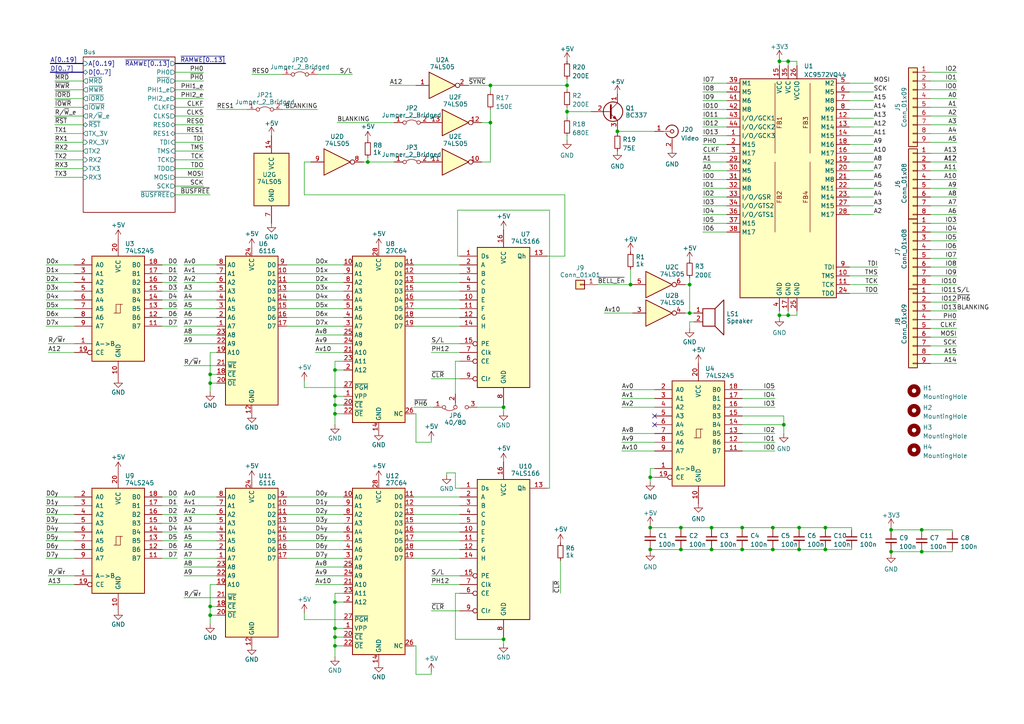
<source format=kicad_sch>
(kicad_sch (version 20230121) (generator eeschema)
  (paper "A4")
  (title_block (title "Unicomp v2 - 6502 6802 Board") (date "2023-06-29") (rev "v2") (company "100% Offner") (comment 1 "v2: Initial"))
  (junction (at 206.375 159.385))
  (junction (at 258.445 153.67))
  (junction (at 146.05 118.11))
  (junction (at 226.06 17.78))
  (junction (at 227.33 123.19))
  (junction (at 97.155 120.015))
  (junction (at 200.025 82.55))
  (junction (at 97.155 187.325))
  (junction (at 188.595 138.43))
  (junction (at 197.485 153.035))
  (junction (at 231.775 153.035))
  (junction (at 224.155 159.385))
  (junction (at 106.68 46.99))
  (junction (at 239.395 153.035))
  (junction (at 215.265 159.385))
  (junction (at 200.025 90.805))
  (junction (at 215.265 153.035))
  (junction (at 60.96 108.585))
  (junction (at 164.465 32.385))
  (junction (at 188.595 153.035))
  (junction (at 97.155 182.245))
  (junction (at 60.96 178.435))
  (junction (at 97.155 114.935))
  (junction (at 142.24 24.765))
  (junction (at 60.96 175.895))
  (junction (at 97.155 117.475))
  (junction (at 97.155 174.625))
  (junction (at 179.07 38.1))
  (junction (at 267.335 153.67))
  (junction (at 164.465 24.765))
  (junction (at 197.485 159.385))
  (junction (at 228.6 91.44))
  (junction (at 206.375 153.035))
  (junction (at 146.05 185.42))
  (junction (at 239.395 159.385))
  (junction (at 231.775 159.385))
  (junction (at 188.595 159.385))
  (junction (at 142.24 35.56))
  (junction (at 258.445 160.02))
  (junction (at 60.96 111.125))
  (junction (at 226.06 91.44))
  (junction (at 97.155 184.785))
  (junction (at 228.6 17.78))
  (junction (at 182.88 82.55))
  (junction (at 97.155 107.315))
  (junction (at 267.335 160.02))
  (junction (at 224.155 153.035))
  (no_connect (at 189.865 123.19))
  (no_connect (at 189.865 120.65))
  (wire (pts (xy 269.875 41.275) (xy 277.495 41.275)))
  (wire (pts (xy 215.265 158.75) (xy 215.265 159.385)))
  (wire (pts (xy 239.395 153.035) (xy 247.015 153.035)))
  (wire (pts (xy 224.155 158.75) (xy 224.155 159.385)))
  (wire (pts (xy 164.465 39.37) (xy 164.465 40.64)))
  (wire (pts (xy 46.99 89.535) (xy 51.435 89.535)))
  (wire (pts (xy 231.775 158.75) (xy 231.775 159.385)))
  (wire (pts (xy 203.835 24.13) (xy 210.82 24.13)))
  (wire (pts (xy 197.485 153.035) (xy 197.485 153.67)))
  (bus (pts (xy 50.8 18.415) (xy 65.405 18.415)))
  (wire (pts (xy 53.34 151.765) (xy 62.865 151.765)))
  (wire (pts (xy 15.875 31.115) (xy 24.13 31.115)))
  (wire (pts (xy 97.155 182.245) (xy 97.155 174.625)))
  (wire (pts (xy 146.05 186.69) (xy 146.05 185.42)))
  (wire (pts (xy 269.875 69.85) (xy 277.495 69.85)))
  (wire (pts (xy 246.38 26.67) (xy 253.365 26.67)))
  (wire (pts (xy 53.34 76.835) (xy 62.865 76.835)))
  (wire (pts (xy 50.8 43.815) (xy 59.055 43.815)))
  (wire (pts (xy 13.335 161.925) (xy 21.59 161.925)))
  (wire (pts (xy 106.68 46.99) (xy 114.3 46.99)))
  (wire (pts (xy 269.875 54.61) (xy 277.495 54.61)))
  (wire (pts (xy 13.335 151.765) (xy 21.59 151.765)))
  (wire (pts (xy 133.35 151.765) (xy 120.015 151.765)))
  (wire (pts (xy 81.915 31.75) (xy 92.075 31.75)))
  (wire (pts (xy 269.875 49.53) (xy 277.495 49.53)))
  (wire (pts (xy 125.095 195.58) (xy 120.65 195.58)))
  (wire (pts (xy 133.35 89.535) (xy 120.015 89.535)))
  (wire (pts (xy 125.095 127.635) (xy 125.095 128.27)))
  (wire (pts (xy 83.185 146.685) (xy 99.695 146.685)))
  (wire (pts (xy 46.99 81.915) (xy 51.435 81.915)))
  (wire (pts (xy 133.35 81.915) (xy 120.015 81.915)))
  (wire (pts (xy 46.99 156.845) (xy 51.435 156.845)))
  (wire (pts (xy 139.7 35.56) (xy 142.24 35.56)))
  (wire (pts (xy 133.35 161.925) (xy 120.015 161.925)))
  (wire (pts (xy 13.335 156.845) (xy 21.59 156.845)))
  (wire (pts (xy 215.265 115.57) (xy 224.79 115.57)))
  (wire (pts (xy 159.385 60.96) (xy 159.385 141.605)))
  (wire (pts (xy 60.96 113.665) (xy 60.96 111.125)))
  (wire (pts (xy 146.05 118.11) (xy 146.05 117.475)))
  (wire (pts (xy 83.185 86.995) (xy 99.695 86.995)))
  (wire (pts (xy 163.83 74.295) (xy 163.83 56.515)))
  (wire (pts (xy 269.875 26.035) (xy 277.495 26.035)))
  (wire (pts (xy 182.88 78.105) (xy 182.88 82.55)))
  (wire (pts (xy 203.835 34.29) (xy 210.82 34.29)))
  (wire (pts (xy 113.03 24.765) (xy 120.65 24.765)))
  (wire (pts (xy 60.96 178.435) (xy 62.865 178.435)))
  (wire (pts (xy 83.185 89.535) (xy 99.695 89.535)))
  (wire (pts (xy 13.335 76.835) (xy 21.59 76.835)))
  (wire (pts (xy 269.875 38.735) (xy 277.495 38.735)))
  (wire (pts (xy 129.54 137.16) (xy 132.08 137.16)))
  (wire (pts (xy 97.155 120.015) (xy 99.695 120.015)))
  (wire (pts (xy 60.96 175.895) (xy 62.865 175.895)))
  (wire (pts (xy 138.43 118.11) (xy 146.05 118.11)))
  (wire (pts (xy 224.155 159.385) (xy 231.775 159.385)))
  (wire (pts (xy 60.96 169.545) (xy 62.865 169.545)))
  (wire (pts (xy 50.8 36.195) (xy 59.055 36.195)))
  (wire (pts (xy 188.595 160.02) (xy 188.595 159.385)))
  (wire (pts (xy 88.265 46.99) (xy 90.17 46.99)))
  (wire (pts (xy 13.335 154.305) (xy 21.59 154.305)))
  (wire (pts (xy 139.7 46.99) (xy 142.24 46.99)))
  (wire (pts (xy 132.715 60.96) (xy 159.385 60.96)))
  (wire (pts (xy 60.96 102.235) (xy 62.865 102.235)))
  (wire (pts (xy 203.835 39.37) (xy 210.82 39.37)))
  (wire (pts (xy 188.595 159.385) (xy 197.485 159.385)))
  (wire (pts (xy 227.33 125.73) (xy 227.33 123.19)))
  (wire (pts (xy 269.875 74.93) (xy 277.495 74.93)))
  (wire (pts (xy 203.835 26.67) (xy 210.82 26.67)))
  (wire (pts (xy 50.8 56.515) (xy 60.96 56.515)))
  (wire (pts (xy 83.185 156.845) (xy 99.695 156.845)))
  (wire (pts (xy 175.26 90.805) (xy 183.515 90.805)))
  (wire (pts (xy 50.8 20.955) (xy 59.055 20.955)))
  (wire (pts (xy 180.34 113.03) (xy 189.865 113.03)))
  (wire (pts (xy 267.335 160.02) (xy 276.225 160.02)))
  (wire (pts (xy 179.07 38.1) (xy 189.865 38.1)))
  (wire (pts (xy 226.06 17.78) (xy 226.06 19.05)))
  (wire (pts (xy 50.8 28.575) (xy 59.055 28.575)))
  (wire (pts (xy 180.34 115.57) (xy 189.865 115.57)))
  (wire (pts (xy 224.155 153.035) (xy 224.155 153.67)))
  (wire (pts (xy 97.155 117.475) (xy 99.695 117.475)))
  (wire (pts (xy 206.375 159.385) (xy 215.265 159.385)))
  (wire (pts (xy 188.595 138.43) (xy 189.865 138.43)))
  (wire (pts (xy 53.34 97.155) (xy 62.865 97.155)))
  (wire (pts (xy 97.155 174.625) (xy 97.155 172.085)))
  (wire (pts (xy 99.695 112.395) (xy 88.265 112.395)))
  (wire (pts (xy 228.6 17.78) (xy 228.6 19.05)))
  (wire (pts (xy 215.265 130.81) (xy 224.79 130.81)))
  (wire (pts (xy 203.835 36.83) (xy 210.82 36.83)))
  (wire (pts (xy 258.445 153.67) (xy 267.335 153.67)))
  (wire (pts (xy 83.185 161.925) (xy 99.695 161.925)))
  (wire (pts (xy 269.875 52.07) (xy 277.495 52.07)))
  (wire (pts (xy 15.875 46.355) (xy 24.13 46.355)))
  (wire (pts (xy 53.34 173.355) (xy 62.865 173.355)))
  (wire (pts (xy 198.755 82.55) (xy 200.025 82.55)))
  (wire (pts (xy 83.185 76.835) (xy 99.695 76.835)))
  (wire (pts (xy 142.24 24.765) (xy 164.465 24.765)))
  (wire (pts (xy 53.34 92.075) (xy 62.865 92.075)))
  (wire (pts (xy 53.34 159.385) (xy 62.865 159.385)))
  (wire (pts (xy 269.875 102.87) (xy 277.495 102.87)))
  (wire (pts (xy 132.715 74.295) (xy 132.715 60.96)))
  (wire (pts (xy 133.35 154.305) (xy 120.015 154.305)))
  (wire (pts (xy 269.875 57.15) (xy 277.495 57.15)))
  (wire (pts (xy 203.835 54.61) (xy 210.82 54.61)))
  (wire (pts (xy 188.595 135.89) (xy 188.595 138.43)))
  (wire (pts (xy 13.97 102.235) (xy 21.59 102.235)))
  (wire (pts (xy 246.38 59.69) (xy 253.365 59.69)))
  (wire (pts (xy 226.06 17.145) (xy 226.06 17.78)))
  (wire (pts (xy 133.35 146.685) (xy 120.015 146.685)))
  (wire (pts (xy 133.35 74.295) (xy 132.715 74.295)))
  (wire (pts (xy 13.335 149.225) (xy 21.59 149.225)))
  (wire (pts (xy 50.8 51.435) (xy 59.055 51.435)))
  (wire (pts (xy 83.185 84.455) (xy 99.695 84.455)))
  (wire (pts (xy 258.445 153.035) (xy 258.445 153.67)))
  (wire (pts (xy 46.99 144.145) (xy 51.435 144.145)))
  (wire (pts (xy 53.34 94.615) (xy 62.865 94.615)))
  (wire (pts (xy 88.265 177.8) (xy 88.265 179.705)))
  (wire (pts (xy 133.35 156.845) (xy 120.015 156.845)))
  (wire (pts (xy 247.015 158.75) (xy 247.015 159.385)))
  (wire (pts (xy 246.38 24.13) (xy 253.365 24.13)))
  (wire (pts (xy 133.35 84.455) (xy 120.015 84.455)))
  (wire (pts (xy 53.34 144.145) (xy 62.865 144.145)))
  (wire (pts (xy 133.35 104.775) (xy 132.08 104.775)))
  (wire (pts (xy 180.34 118.11) (xy 189.865 118.11)))
  (wire (pts (xy 53.34 146.685) (xy 62.865 146.685)))
  (wire (pts (xy 133.35 92.075) (xy 120.015 92.075)))
  (wire (pts (xy 269.875 62.23) (xy 277.495 62.23)))
  (wire (pts (xy 203.835 59.69) (xy 210.82 59.69)))
  (wire (pts (xy 269.875 82.55) (xy 277.495 82.55)))
  (wire (pts (xy 258.445 153.67) (xy 258.445 154.305)))
  (wire (pts (xy 120.015 118.11) (xy 125.73 118.11)))
  (wire (pts (xy 97.155 104.775) (xy 99.695 104.775)))
  (wire (pts (xy 97.155 190.5) (xy 97.155 187.325)))
  (wire (pts (xy 92.075 21.59) (xy 102.235 21.59)))
  (wire (pts (xy 203.835 52.07) (xy 210.82 52.07)))
  (wire (pts (xy 15.875 41.275) (xy 24.13 41.275)))
  (wire (pts (xy 226.06 17.78) (xy 228.6 17.78)))
  (wire (pts (xy 267.335 159.385) (xy 267.335 160.02)))
  (wire (pts (xy 206.375 153.035) (xy 206.375 153.67)))
  (wire (pts (xy 60.96 180.975) (xy 60.96 178.435)))
  (wire (pts (xy 162.56 172.085) (xy 162.56 162.56)))
  (wire (pts (xy 13.335 79.375) (xy 21.59 79.375)))
  (wire (pts (xy 53.34 167.005) (xy 62.865 167.005)))
  (wire (pts (xy 15.875 51.435) (xy 24.13 51.435)))
  (wire (pts (xy 164.465 24.765) (xy 164.465 26.035)))
  (wire (pts (xy 73.025 21.59) (xy 81.915 21.59)))
  (wire (pts (xy 269.875 20.955) (xy 277.495 20.955)))
  (wire (pts (xy 180.34 128.27) (xy 189.865 128.27)))
  (wire (pts (xy 203.835 57.15) (xy 210.82 57.15)))
  (wire (pts (xy 97.155 114.935) (xy 97.155 107.315)))
  (wire (pts (xy 91.44 167.005) (xy 99.695 167.005)))
  (wire (pts (xy 269.875 77.47) (xy 277.495 77.47)))
  (wire (pts (xy 188.595 152.4) (xy 188.595 153.035)))
  (wire (pts (xy 206.375 153.035) (xy 215.265 153.035)))
  (wire (pts (xy 224.155 153.035) (xy 231.775 153.035)))
  (wire (pts (xy 60.96 111.125) (xy 60.96 108.585)))
  (wire (pts (xy 246.38 34.29) (xy 253.365 34.29)))
  (wire (pts (xy 125.095 169.545) (xy 133.35 169.545)))
  (wire (pts (xy 231.14 91.44) (xy 231.14 90.17)))
  (wire (pts (xy 129.54 137.795) (xy 129.54 137.16)))
  (wire (pts (xy 246.38 39.37) (xy 253.365 39.37)))
  (wire (pts (xy 97.155 120.015) (xy 97.155 117.475)))
  (wire (pts (xy 83.185 154.305) (xy 99.695 154.305)))
  (wire (pts (xy 197.485 153.035) (xy 206.375 153.035)))
  (wire (pts (xy 269.875 28.575) (xy 277.495 28.575)))
  (wire (pts (xy 133.35 149.225) (xy 120.015 149.225)))
  (wire (pts (xy 15.875 33.655) (xy 24.13 33.655)))
  (wire (pts (xy 83.185 144.145) (xy 99.695 144.145)))
  (wire (pts (xy 125.095 102.235) (xy 133.35 102.235)))
  (wire (pts (xy 50.8 26.035) (xy 59.055 26.035)))
  (wire (pts (xy 97.155 107.315) (xy 99.695 107.315)))
  (wire (pts (xy 83.185 81.915) (xy 99.695 81.915)))
  (wire (pts (xy 13.335 89.535) (xy 21.59 89.535)))
  (wire (pts (xy 46.99 92.075) (xy 51.435 92.075)))
  (wire (pts (xy 228.6 91.44) (xy 231.14 91.44)))
  (wire (pts (xy 60.96 108.585) (xy 62.865 108.585)))
  (bus (pts (xy 24.13 18.415) (xy 14.605 18.415)))
  (wire (pts (xy 13.335 84.455) (xy 21.59 84.455)))
  (wire (pts (xy 269.875 33.655) (xy 277.495 33.655)))
  (wire (pts (xy 46.99 94.615) (xy 51.435 94.615)))
  (wire (pts (xy 228.6 17.78) (xy 231.14 17.78)))
  (wire (pts (xy 146.05 185.42) (xy 146.05 184.785)))
  (wire (pts (xy 53.34 79.375) (xy 62.865 79.375)))
  (wire (pts (xy 269.875 87.63) (xy 277.495 87.63)))
  (wire (pts (xy 163.83 56.515) (xy 88.265 56.515)))
  (wire (pts (xy 246.38 77.47) (xy 254.635 77.47)))
  (wire (pts (xy 215.265 120.65) (xy 227.33 120.65)))
  (wire (pts (xy 227.33 123.19) (xy 227.33 120.65)))
  (wire (pts (xy 13.97 167.005) (xy 21.59 167.005)))
  (wire (pts (xy 200.025 90.805) (xy 201.295 90.805)))
  (wire (pts (xy 53.34 149.225) (xy 62.865 149.225)))
  (wire (pts (xy 142.24 46.99) (xy 142.24 35.56)))
  (wire (pts (xy 246.38 62.23) (xy 253.365 62.23)))
  (wire (pts (xy 125.095 194.945) (xy 125.095 195.58)))
  (wire (pts (xy 46.99 149.225) (xy 51.435 149.225)))
  (wire (pts (xy 88.265 110.49) (xy 88.265 112.395)))
  (wire (pts (xy 239.395 159.385) (xy 247.015 159.385)))
  (wire (pts (xy 206.375 158.75) (xy 206.375 159.385)))
  (wire (pts (xy 215.265 128.27) (xy 224.79 128.27)))
  (wire (pts (xy 228.6 91.44) (xy 228.6 90.17)))
  (wire (pts (xy 50.8 48.895) (xy 59.055 48.895)))
  (wire (pts (xy 188.595 139.7) (xy 188.595 138.43)))
  (wire (pts (xy 215.265 113.03) (xy 224.79 113.03)))
  (wire (pts (xy 97.155 174.625) (xy 99.695 174.625)))
  (wire (pts (xy 60.96 169.545) (xy 60.96 175.895)))
  (wire (pts (xy 97.155 184.785) (xy 99.695 184.785)))
  (wire (pts (xy 50.8 33.655) (xy 59.055 33.655)))
  (wire (pts (xy 231.775 153.035) (xy 231.775 153.67)))
  (wire (pts (xy 246.38 36.83) (xy 253.365 36.83)))
  (wire (pts (xy 97.79 35.56) (xy 114.3 35.56)))
  (wire (pts (xy 99.695 179.705) (xy 88.265 179.705)))
  (wire (pts (xy 269.875 80.01) (xy 277.495 80.01)))
  (wire (pts (xy 269.875 31.115) (xy 277.495 31.115)))
  (wire (pts (xy 203.835 46.99) (xy 210.82 46.99)))
  (wire (pts (xy 91.44 99.695) (xy 99.695 99.695)))
  (wire (pts (xy 120.65 187.325) (xy 120.015 187.325)))
  (wire (pts (xy 53.34 99.695) (xy 62.865 99.695)))
  (wire (pts (xy 97.155 107.315) (xy 97.155 104.775)))
  (wire (pts (xy 13.335 146.685) (xy 21.59 146.685)))
  (wire (pts (xy 179.07 38.735) (xy 179.07 38.1)))
  (wire (pts (xy 120.65 128.27) (xy 120.65 120.015)))
  (wire (pts (xy 53.34 161.925) (xy 62.865 161.925)))
  (wire (pts (xy 15.875 36.195) (xy 24.13 36.195)))
  (wire (pts (xy 60.96 178.435) (xy 60.96 175.895)))
  (wire (pts (xy 215.265 153.035) (xy 215.265 153.67)))
  (wire (pts (xy 164.465 22.86) (xy 164.465 24.765)))
  (wire (pts (xy 50.8 41.275) (xy 59.055 41.275)))
  (wire (pts (xy 269.875 92.71) (xy 277.495 92.71)))
  (wire (pts (xy 226.06 91.44) (xy 228.6 91.44)))
  (wire (pts (xy 269.875 67.31) (xy 277.495 67.31)))
  (wire (pts (xy 269.875 90.17) (xy 277.495 90.17)))
  (wire (pts (xy 226.06 90.17) (xy 226.06 91.44)))
  (wire (pts (xy 269.875 97.79) (xy 277.495 97.79)))
  (wire (pts (xy 53.34 156.845) (xy 62.865 156.845)))
  (wire (pts (xy 97.155 187.325) (xy 99.695 187.325)))
  (wire (pts (xy 133.35 172.085) (xy 132.08 172.085)))
  (wire (pts (xy 132.08 172.085) (xy 132.08 185.42)))
  (wire (pts (xy 197.485 158.75) (xy 197.485 159.385)))
  (wire (pts (xy 203.835 64.77) (xy 210.82 64.77)))
  (wire (pts (xy 91.44 164.465) (xy 99.695 164.465)))
  (wire (pts (xy 50.8 53.975) (xy 59.055 53.975)))
  (wire (pts (xy 201.295 93.345) (xy 200.025 93.345)))
  (wire (pts (xy 132.08 185.42) (xy 146.05 185.42)))
  (wire (pts (xy 62.865 31.75) (xy 71.755 31.75)))
  (wire (pts (xy 13.335 92.075) (xy 21.59 92.075)))
  (wire (pts (xy 173.355 82.55) (xy 182.88 82.55)))
  (wire (pts (xy 203.835 49.53) (xy 210.82 49.53)))
  (wire (pts (xy 88.265 56.515) (xy 88.265 46.99)))
  (wire (pts (xy 120.65 195.58) (xy 120.65 187.325)))
  (wire (pts (xy 198.755 90.805) (xy 200.025 90.805)))
  (wire (pts (xy 203.835 29.21) (xy 210.82 29.21)))
  (wire (pts (xy 215.265 118.11) (xy 224.79 118.11)))
  (wire (pts (xy 13.97 169.545) (xy 21.59 169.545)))
  (wire (pts (xy 91.44 97.155) (xy 99.695 97.155)))
  (wire (pts (xy 133.35 86.995) (xy 120.015 86.995)))
  (wire (pts (xy 15.875 28.575) (xy 24.13 28.575)))
  (wire (pts (xy 53.34 81.915) (xy 62.865 81.915)))
  (wire (pts (xy 246.38 29.21) (xy 253.365 29.21)))
  (wire (pts (xy 53.34 154.305) (xy 62.865 154.305)))
  (wire (pts (xy 13.335 81.915) (xy 21.59 81.915)))
  (wire (pts (xy 83.185 151.765) (xy 99.695 151.765)))
  (wire (pts (xy 46.99 84.455) (xy 51.435 84.455)))
  (wire (pts (xy 200.025 93.345) (xy 200.025 95.25)))
  (wire (pts (xy 182.88 82.55) (xy 183.515 82.55)))
  (wire (pts (xy 246.38 49.53) (xy 253.365 49.53)))
  (wire (pts (xy 97.155 123.19) (xy 97.155 120.015)))
  (wire (pts (xy 164.465 32.385) (xy 171.45 32.385)))
  (wire (pts (xy 246.38 31.75) (xy 253.365 31.75)))
  (wire (pts (xy 53.34 89.535) (xy 62.865 89.535)))
  (wire (pts (xy 203.835 41.91) (xy 210.82 41.91)))
  (wire (pts (xy 46.99 154.305) (xy 51.435 154.305)))
  (wire (pts (xy 197.485 159.385) (xy 206.375 159.385)))
  (wire (pts (xy 50.8 38.735) (xy 59.055 38.735)))
  (wire (pts (xy 135.89 24.765) (xy 142.24 24.765)))
  (wire (pts (xy 246.38 41.91) (xy 253.365 41.91)))
  (wire (pts (xy 189.865 135.89) (xy 188.595 135.89)))
  (wire (pts (xy 15.875 43.815) (xy 24.13 43.815)))
  (wire (pts (xy 269.875 36.195) (xy 277.495 36.195)))
  (wire (pts (xy 231.14 17.78) (xy 231.14 19.05)))
  (wire (pts (xy 83.185 159.385) (xy 99.695 159.385)))
  (wire (pts (xy 179.07 38.1) (xy 179.07 37.465)))
  (wire (pts (xy 203.835 67.31) (xy 210.82 67.31)))
  (wire (pts (xy 15.875 38.735) (xy 24.13 38.735)))
  (wire (pts (xy 83.185 79.375) (xy 99.695 79.375)))
  (wire (pts (xy 125.095 167.005) (xy 133.35 167.005)))
  (wire (pts (xy 46.99 161.925) (xy 51.435 161.925)))
  (wire (pts (xy 188.595 153.035) (xy 188.595 153.67)))
  (wire (pts (xy 276.225 159.385) (xy 276.225 160.02)))
  (wire (pts (xy 53.34 84.455) (xy 62.865 84.455)))
  (wire (pts (xy 97.155 114.935) (xy 99.695 114.935)))
  (wire (pts (xy 15.875 23.495) (xy 24.13 23.495)))
  (wire (pts (xy 203.835 44.45) (xy 210.82 44.45)))
  (wire (pts (xy 15.875 26.035) (xy 24.13 26.035)))
  (wire (pts (xy 200.025 90.805) (xy 200.025 82.55)))
  (wire (pts (xy 226.06 91.44) (xy 226.06 92.075)))
  (wire (pts (xy 215.265 125.73) (xy 224.79 125.73)))
  (wire (pts (xy 97.155 182.245) (xy 99.695 182.245)))
  (wire (pts (xy 133.35 79.375) (xy 120.015 79.375)))
  (wire (pts (xy 203.835 62.23) (xy 210.82 62.23)))
  (wire (pts (xy 269.875 59.69) (xy 277.495 59.69)))
  (wire (pts (xy 46.99 151.765) (xy 51.435 151.765)))
  (wire (pts (xy 125.095 177.165) (xy 133.35 177.165)))
  (wire (pts (xy 91.44 169.545) (xy 99.695 169.545)))
  (wire (pts (xy 258.445 160.02) (xy 267.335 160.02)))
  (wire (pts (xy 133.35 159.385) (xy 120.015 159.385)))
  (wire (pts (xy 142.24 35.56) (xy 142.24 31.75)))
  (wire (pts (xy 203.835 31.75) (xy 210.82 31.75)))
  (wire (pts (xy 269.875 85.09) (xy 277.495 85.09)))
  (wire (pts (xy 246.38 52.07) (xy 253.365 52.07)))
  (wire (pts (xy 269.875 100.33) (xy 277.495 100.33)))
  (wire (pts (xy 246.38 44.45) (xy 253.365 44.45)))
  (wire (pts (xy 267.335 153.67) (xy 267.335 154.305)))
  (wire (pts (xy 269.875 23.495) (xy 277.495 23.495)))
  (wire (pts (xy 83.185 94.615) (xy 99.695 94.615)))
  (wire (pts (xy 120.65 120.015) (xy 120.015 120.015)))
  (wire (pts (xy 159.385 141.605) (xy 158.75 141.605)))
  (wire (pts (xy 246.38 54.61) (xy 253.365 54.61)))
  (wire (pts (xy 105.41 46.99) (xy 106.68 46.99)))
  (wire (pts (xy 246.38 85.09) (xy 254.635 85.09)))
  (wire (pts (xy 53.34 86.995) (xy 62.865 86.995)))
  (wire (pts (xy 132.08 141.605) (xy 132.08 137.16)))
  (wire (pts (xy 269.875 46.99) (xy 277.495 46.99)))
  (wire (pts (xy 269.875 72.39) (xy 277.495 72.39)))
  (wire (pts (xy 50.8 23.495) (xy 59.055 23.495)))
  (wire (pts (xy 97.155 117.475) (xy 97.155 114.935)))
  (wire (pts (xy 164.465 31.115) (xy 164.465 32.385)))
  (wire (pts (xy 83.185 92.075) (xy 99.695 92.075)))
  (wire (pts (xy 97.155 172.085) (xy 99.695 172.085)))
  (wire (pts (xy 13.335 159.385) (xy 21.59 159.385)))
  (wire (pts (xy 133.35 141.605) (xy 132.08 141.605)))
  (wire (pts (xy 269.875 95.25) (xy 277.495 95.25)))
  (wire (pts (xy 125.095 99.695) (xy 133.35 99.695)))
  (wire (pts (xy 97.155 187.325) (xy 97.155 184.785)))
  (bus (pts (xy 24.13 20.955) (xy 14.605 20.955)))
  (wire (pts (xy 133.35 94.615) (xy 120.015 94.615)))
  (wire (pts (xy 215.265 123.19) (xy 227.33 123.19)))
  (wire (pts (xy 215.265 159.385) (xy 224.155 159.385)))
  (wire (pts (xy 13.335 144.145) (xy 21.59 144.145)))
  (wire (pts (xy 246.38 46.99) (xy 253.365 46.99)))
  (wire (pts (xy 180.34 130.81) (xy 189.865 130.81)))
  (wire (pts (xy 13.335 86.995) (xy 21.59 86.995)))
  (wire (pts (xy 269.875 64.77) (xy 277.495 64.77)))
  (wire (pts (xy 50.8 46.355) (xy 59.055 46.355)))
  (wire (pts (xy 46.99 86.995) (xy 51.435 86.995)))
  (wire (pts (xy 50.8 31.115) (xy 59.055 31.115)))
  (wire (pts (xy 91.44 102.235) (xy 99.695 102.235)))
  (wire (pts (xy 200.025 80.645) (xy 200.025 82.55)))
  (wire (pts (xy 188.595 159.385) (xy 188.595 158.75)))
  (wire (pts (xy 258.445 159.385) (xy 258.445 160.02)))
  (wire (pts (xy 13.335 94.615) (xy 21.59 94.615)))
  (wire (pts (xy 258.445 160.02) (xy 258.445 160.655)))
  (wire (pts (xy 83.185 149.225) (xy 99.695 149.225)))
  (wire (pts (xy 276.225 153.67) (xy 276.225 154.305)))
  (wire (pts (xy 133.35 76.835) (xy 120.015 76.835)))
  (wire (pts (xy 158.75 74.295) (xy 163.83 74.295)))
  (wire (pts (xy 188.595 153.035) (xy 197.485 153.035)))
  (wire (pts (xy 97.155 184.785) (xy 97.155 182.245)))
  (wire (pts (xy 239.395 158.75) (xy 239.395 159.385)))
  (wire (pts (xy 267.335 153.67) (xy 276.225 153.67)))
  (wire (pts (xy 125.095 128.27) (xy 120.65 128.27)))
  (wire (pts (xy 246.38 80.01) (xy 254.635 80.01)))
  (wire (pts (xy 239.395 153.035) (xy 239.395 153.67)))
  (wire (pts (xy 132.08 104.775) (xy 132.08 114.3)))
  (wire (pts (xy 53.34 106.045) (xy 62.865 106.045)))
  (wire (pts (xy 133.35 144.145) (xy 120.015 144.145)))
  (wire (pts (xy 46.99 159.385) (xy 51.435 159.385)))
  (wire (pts (xy 246.38 82.55) (xy 254.635 82.55)))
  (wire (pts (xy 46.99 146.685) (xy 51.435 146.685)))
  (wire (pts (xy 15.875 48.895) (xy 24.13 48.895)))
  (wire (pts (xy 269.875 105.41) (xy 277.495 105.41)))
  (wire (pts (xy 13.97 99.695) (xy 21.59 99.695)))
  (wire (pts (xy 269.875 44.45) (xy 277.495 44.45)))
  (wire (pts (xy 215.265 153.035) (xy 224.155 153.035)))
  (wire (pts (xy 60.96 102.235) (xy 60.96 108.585)))
  (wire (pts (xy 60.96 111.125) (xy 62.865 111.125)))
  (wire (pts (xy 53.34 164.465) (xy 62.865 164.465)))
  (wire (pts (xy 246.38 57.15) (xy 253.365 57.15)))
  (wire (pts (xy 46.99 79.375) (xy 51.435 79.375)))
  (wire (pts (xy 106.68 46.99) (xy 106.68 45.72)))
  (wire (pts (xy 231.775 153.035) (xy 239.395 153.035)))
  (wire (pts (xy 231.775 159.385) (xy 239.395 159.385)))
  (wire (pts (xy 142.24 24.765) (xy 142.24 26.67)))
  (wire (pts (xy 247.015 153.035) (xy 247.015 153.67)))
  (wire (pts (xy 164.465 32.385) (xy 164.465 34.29)))
  (wire (pts (xy 146.05 119.38) (xy 146.05 118.11)))
  (wire (pts (xy 125.095 109.855) (xy 133.35 109.855)))
  (wire (pts (xy 180.34 125.73) (xy 189.865 125.73)))
  (wire (pts (xy 46.99 76.835) (xy 51.435 76.835)))
  (label "Av0" (at 53.34 76.835 0))
  (label "~{IOWR}" (at 15.875 31.115 0))
  (label "A9" (at 253.365 41.91 0))
  (label "D5y" (at 91.44 156.845 0))
  (label "A5" (at 253.365 54.61 0))
  (label "A2" (at 277.495 33.655 180))
  (label "A12" (at 277.495 46.99 180))
  (label "D5" (at 51.435 156.845 180))
  (label "~{SYNC}" (at 140.97 24.765 180))
  (label "IO1" (at 224.79 128.27 180))
  (label "A15" (at 277.495 102.87 180))
  (label "A7" (at 277.495 59.69 180))
  (label "IO11" (at 203.835 34.29 0))
  (label "D4" (at 51.435 154.305 180))
  (label "D4y" (at 91.44 154.305 0))
  (label "IO5" (at 224.79 113.03 180))
  (label "PH0" (at 277.495 92.71 180))
  (label "D7x" (at 13.335 94.615 0))
  (label "D3y" (at 91.44 151.765 0))
  (label "A8" (at 53.34 164.465 0))
  (label "Av8" (at 91.44 97.155 0))
  (label "~{PH6}" (at 277.495 87.63 0))
  (label "PHI2_e" (at 59.055 28.575 180))
  (label "A1" (at 277.495 31.115 180))
  (label "R{slash}~{W}r" (at 13.97 167.005 0))
  (label "D6" (at 51.435 92.075 180))
  (label "TCK" (at 254.635 82.55 180))
  (label "A11" (at 253.365 39.37 0))
  (label "~{CLR}" (at 162.56 172.085 90))
  (label "A12" (at 113.03 24.765 0))
  (label "BLANKING" (at 97.79 35.56 0))
  (label "PH12" (at 125.095 169.545 0))
  (label "IO1" (at 277.495 23.495 180))
  (label "IO2" (at 224.79 125.73 180))
  (label "D1x" (at 91.44 79.375 0))
  (label "A3" (at 53.34 84.455 0))
  (label "IO2" (at 203.835 57.15 0))
  (label "D4x" (at 13.335 86.995 0))
  (label "PH0" (at 59.055 20.955 180))
  (label "TX2" (at 15.875 46.355 0))
  (label "A10" (at 253.365 44.45 0))
  (label "~{RAMWE[0..13]}" (at 65.405 18.415 180))
  (label "TX3" (at 15.875 51.435 0))
  (label "S{slash}L" (at 102.235 21.59 180))
  (label "CLKS" (at 59.055 33.655 180))
  (label "IO4" (at 203.835 62.23 0))
  (label "S{slash}L" (at 277.495 85.09 0))
  (label "A13" (at 253.365 34.29 0))
  (label "IO13" (at 277.495 90.17 180))
  (label "MOSI" (at 277.495 97.79 180))
  (label "SCK" (at 59.055 53.975 180))
  (label "IO12" (at 203.835 36.83 0))
  (label "TDO" (at 254.635 85.09 180))
  (label "A13" (at 277.495 44.45 180))
  (label "D4y" (at 13.335 154.305 0))
  (label "Av9" (at 180.34 128.27 0))
  (label "A12" (at 13.97 102.235 0))
  (label "D1y" (at 91.44 146.685 0))
  (label "IO3" (at 203.835 59.69 0))
  (label "D3" (at 51.435 151.765 180))
  (label "R{slash}~{W}r" (at 53.34 173.355 0))
  (label "D7" (at 51.435 161.925 180))
  (label "~{PH6}" (at 120.015 118.11 0))
  (label "IO4" (at 277.495 67.31 180))
  (label "A12" (at 253.365 36.83 0))
  (label "D0x" (at 91.44 76.835 0))
  (label "A15" (at 253.365 29.21 0))
  (label "IO0" (at 203.835 52.07 0))
  (label "IO5" (at 277.495 69.85 180))
  (label "Av0" (at 180.34 113.03 0))
  (label "TDI" (at 59.055 41.275 180))
  (label "S{slash}L" (at 125.095 99.695 0))
  (label "D2y" (at 13.335 149.225 0))
  (label "D1y" (at 13.335 146.685 0))
  (label "~{RST}" (at 15.875 36.195 0))
  (label "D5x" (at 91.44 89.535 0))
  (label "R{slash}~{W}_e" (at 15.875 33.655 0))
  (label "D0y" (at 13.335 144.145 0))
  (label "D1" (at 51.435 146.685 180))
  (label "~{PH0}" (at 59.055 23.495 180))
  (label "CLKF" (at 59.055 31.115 180))
  (label "IO7" (at 277.495 74.93 180))
  (label "IO1" (at 203.835 54.61 0))
  (label "A8" (at 277.495 57.15 180))
  (label "Av10" (at 91.44 169.545 0))
  (label "D0x" (at 13.335 76.835 0))
  (label "IO6" (at 277.495 72.39 180))
  (label "IO10" (at 277.495 82.55 180))
  (label "PH0" (at 203.835 41.91 0))
  (label "A10" (at 277.495 52.07 180))
  (label "D5y" (at 13.335 156.845 0))
  (label "D6" (at 51.435 159.385 180))
  (label "Av2" (at 180.34 118.11 0))
  (label "SCK" (at 253.365 26.67 0))
  (label "IO13" (at 203.835 39.37 0))
  (label "IO12" (at 277.495 87.63 180))
  (label "~{IORD}" (at 15.875 28.575 0))
  (label "D3x" (at 91.44 84.455 0))
  (label "IO0" (at 277.495 26.035 180))
  (label "A11" (at 277.495 49.53 180))
  (label "A4" (at 53.34 86.995 0))
  (label "A9" (at 53.34 99.695 0))
  (label "RX3" (at 15.875 48.895 0))
  (label "D7x" (at 91.44 94.615 0))
  (label "D6x" (at 91.44 92.075 0))
  (label "D6x" (at 13.335 92.075 0))
  (label "Av10" (at 180.34 130.81 0))
  (label "A4" (at 277.495 38.735 180))
  (label "R{slash}~{W}r" (at 13.97 99.695 0))
  (label "RES1" (at 59.055 38.735 180))
  (label "D2y" (at 91.44 149.225 0))
  (label "Av0" (at 53.34 144.145 0))
  (label "~{BELL_En}" (at 173.355 82.55 0))
  (label "A3" (at 253.365 59.69 0))
  (label "Av10" (at 91.44 102.235 0))
  (label "PH12" (at 125.095 102.235 0))
  (label "A6" (at 277.495 62.23 180))
  (label "A9" (at 53.34 167.005 0))
  (label "D2x" (at 91.44 81.915 0))
  (label "D7" (at 51.435 94.615 180))
  (label "TDO" (at 59.055 48.895 180))
  (label "D2" (at 51.435 81.915 180))
  (label "A13" (at 13.97 169.545 0))
  (label "A8" (at 53.34 97.155 0))
  (label "MOSI" (at 59.055 51.435 180))
  (label "IO6" (at 203.835 67.31 0))
  (label "RES0" (at 73.025 21.59 0))
  (label "Av10" (at 175.26 90.805 0))
  (label "Av8" (at 91.44 164.465 0))
  (label "IO9" (at 277.495 80.01 180))
  (label "IO0" (at 224.79 130.81 180))
  (label "D0" (at 51.435 144.145 180))
  (label "D3" (at 51.435 84.455 180))
  (label "D0" (at 51.435 76.835 180))
  (label "RES0" (at 59.055 36.195 180))
  (label "D3x" (at 13.335 84.455 0))
  (label "A5" (at 53.34 89.535 0))
  (label "D6y" (at 91.44 159.385 0))
  (label "BLANKING" (at 277.495 90.17 0))
  (label "TMS" (at 59.055 43.815 180))
  (label "D[0..7]" (at 14.605 20.955 0))
  (label "RX1" (at 15.875 41.275 0))
  (label "A12" (at 277.495 46.99 180))
  (label "A14" (at 253.365 31.75 0))
  (label "Av1" (at 53.34 79.375 0))
  (label "A3" (at 277.495 36.195 180))
  (label "~{MWR}" (at 15.875 26.035 0))
  (label "D1" (at 51.435 79.375 180))
  (label "A5" (at 277.495 41.275 180))
  (label "RX2" (at 15.875 43.815 0))
  (label "IO4" (at 224.79 115.57 180))
  (label "A1" (at 203.835 46.99 0))
  (label "Av9" (at 91.44 167.005 0))
  (label "TDI" (at 254.635 77.47 180))
  (label "Av2" (at 53.34 81.915 0))
  (label "BLANKING" (at 92.075 31.75 180))
  (label "A2" (at 253.365 62.23 0))
  (label "D1x" (at 13.335 79.375 0))
  (label "CLKF" (at 203.835 44.45 0))
  (label "IO9" (at 203.835 29.21 0))
  (label "RES1" (at 62.865 31.75 0))
  (label "TX1" (at 15.875 38.735 0))
  (label "A8" (at 253.365 46.99 0))
  (label "IO7" (at 203.835 24.13 0))
  (label "D0y" (at 91.44 144.145 0))
  (label "A6" (at 53.34 92.075 0))
  (label "A6" (at 53.34 159.385 0))
  (label "IO8" (at 277.495 77.47 180))
  (label "~{CLR}" (at 125.095 177.165 0))
  (label "D4" (at 51.435 86.995 180))
  (label "S{slash}L" (at 125.095 167.005 0))
  (label "D5" (at 51.435 89.535 180))
  (label "Av9" (at 91.44 99.695 0))
  (label "IO3" (at 224.79 118.11 180))
  (label "A6" (at 253.365 52.07 0))
  (label "~{CLR}" (at 125.095 109.855 0))
  (label "Av1" (at 180.34 115.57 0))
  (label "Av8" (at 180.34 125.73 0))
  (label "SCK" (at 277.495 100.33 180))
  (label "A4" (at 53.34 154.305 0))
  (label "CLKF" (at 277.495 95.25 180))
  (label "TMS" (at 254.635 80.01 180))
  (label "D7y" (at 13.335 161.925 0))
  (label "A7" (at 53.34 161.925 0))
  (label "A14" (at 277.495 105.41 180))
  (label "A[0..19]" (at 14.605 18.415 0))
  (label "D4x" (at 91.44 86.995 0))
  (label "~{MRD}" (at 15.875 23.495 0))
  (label "IO3" (at 277.495 64.77 180))
  (label "Av2" (at 53.34 149.225 0))
  (label "~{BUSFREE}" (at 60.96 56.515 180))
  (label "A4" (at 253.365 57.15 0))
  (label "A9" (at 277.495 54.61 180))
  (label "IO10" (at 203.835 31.75 0))
  (label "IO5" (at 203.835 64.77 0))
  (label "D2" (at 51.435 149.225 180))
  (label "A5" (at 53.34 156.845 0))
  (label "D3y" (at 13.335 151.765 0))
  (label "IO8" (at 203.835 26.67 0))
  (label "IO11" (at 277.495 85.09 180))
  (label "Av1" (at 53.34 146.685 0))
  (label "A0" (at 277.495 28.575 180))
  (label "D7y" (at 91.44 161.925 0))
  (label "MOSI" (at 253.365 24.13 0))
  (label "IO2" (at 277.495 20.955 180))
  (label "D6y" (at 13.335 159.385 0))
  (label "A7" (at 253.365 49.53 0))
  (label "D5x" (at 13.335 89.535 0))
  (label "TCK" (at 59.055 46.355 180))
  (label "A3" (at 53.34 151.765 0))
  (label "D2x" (at 13.335 81.915 0))
  (label "A0" (at 203.835 49.53 0))
  (label "R{slash}~{W}r" (at 53.34 106.045 0))
  (label "A7" (at 53.34 94.615 0))
  (label "PHI1_e" (at 59.055 26.035 180))
  (symbol (lib_id "power:+5V") (at 146.05 66.675 0) (unit 1)
    (property "Reference" "#PWR044" (effects hide))
    (property "Value" "+5V" (at 146.05 62.73 0))
  )
  (symbol (lib_id "power:+5V") (at 109.855 139.065 0) (unit 1)
    (property "Reference" "#PWR066" (effects hide))
    (property "Value" "+5V" (at 109.855 135.12 0))
  )
  (symbol (lib_id "power:GND") (at 97.155 123.19 0) (unit 1)
    (property "Reference" "#PWR059" (effects hide))
    (property "Value" "GND" (at 97.155 127.135 0))
  )
  (symbol (lib_id "power:+5V") (at 162.56 157.48 0) (unit 1)
    (property "Reference" "#PWR067" (effects hide))
    (property "Value" "+5V" (at 162.56 153.535 0))
  )
  (symbol (lib_id "Connector:Conn_Coaxial") (at 194.945 38.1 0) (unit 1)
    (property "Reference" "J20" (at 197.485 37.5585 0) (effects (justify left)))
    (property "Value" "Video" (at 197.485 40.0954 0) (effects (justify left)))
    (property "Footprint" "my_own_conn:RCA-Jack" (effects hide))
    (property "Datasheet" " ~" (effects hide))
  )
  (symbol (lib_id "power:+5V") (at 88.265 177.8 0) (unit 1)
    (property "Reference" "#PWR069" (effects hide))
    (property "Value" "+5V" (at 88.265 173.855 0))
  )
  (symbol (lib_id "Jumper:Jumper_2_Bridged") (at 86.995 21.59 0) (unit 1)
    (property "Reference" "JP20" (at 86.995 17.375 0))
    (property "Value" "Jumper_2_Bridged" (at 86.995 19.423 0))
    (property "Footprint" "Jumper:SolderJumper-2_P1.3mm_Bridged_RoundedPad1.0x1.5mm" (effects hide))
  )
  (symbol (lib_id "74xx:74LS05") (at 132.08 35.56 0) (unit 6)
    (property "Reference" "U2" (at 132.08 28.17 0))
    (property "Value" "74LS05" (at 132.08 30.218 0))
    (property "Footprint" "Package_DIP:DIP-14_W7.62mm_LongPads" (effects hide))
    (property "Datasheet" "http://www.ti.com/lit/gpn/sn74LS05" (effects hide))
  )
  (symbol (lib_id "Memory_EPROM:27C64") (at 109.855 164.465 0) (unit 1)
    (property "Reference" "U12" (at 111.8109 138.025 0) (effects (justify left)))
    (property "Value" "27C64" (at 111.8109 140.073 0) (effects (justify left)))
    (property "Footprint" "Package_DIP:DIP-28_W15.24mm_LongPads" (effects hide))
    (property "Datasheet" "http://ww1.microchip.com/downloads/en/DeviceDoc/11107M.pdf" (effects hide))
  )
  (symbol (lib_id "Jumper:Jumper_2_Bridged") (at 76.835 31.75 0) (unit 1)
    (property "Reference" "JP21" (at 76.835 27.535 0))
    (property "Value" "Jumper_2_Bridged" (at 76.835 29.583 0))
    (property "Footprint" "Jumper:SolderJumper-2_P1.3mm_Bridged_RoundedPad1.0x1.5mm" (effects hide))
  )
  (symbol (lib_id "Connector_Generic:Conn_01x01") (at 168.275 82.55 0) (mirror y) (unit 1)
    (property "Reference" "J9" (at 168.275 77.7 0))
    (property "Value" "Conn_01x01" (at 168.275 79.748 0))
    (property "Footprint" "Connector_PinHeader_2.54mm:PinHeader_1x01_P2.54mm_Vertical" (effects hide))
  )
  (symbol (lib_id "74xx:74LS05") (at 191.135 82.55 0) (unit 3)
    (property "Reference" "U2" (at 194.945 77.47 0))
    (property "Value" "74LS05" (at 194.945 79.518 0))
    (property "Footprint" "Package_DIP:DIP-14_W7.62mm_LongPads" (effects hide))
    (property "Datasheet" "http://www.ti.com/lit/gpn/sn74LS05" (effects hide))
  )
  (symbol (lib_id "power:GND") (at 194.945 43.18 0) (unit 1)
    (property "Reference" "#PWR047" (effects hide))
    (property "Value" "GND" (at 194.945 47.6234 0))
  )
  (symbol (lib_id "74xx:74LS05") (at 191.135 90.805 0) (unit 2)
    (property "Reference" "U2" (at 194.945 85.725 0))
    (property "Value" "74LS05" (at 194.945 87.773 0))
    (property "Footprint" "Package_DIP:DIP-14_W7.62mm_LongPads" (effects hide))
    (property "Datasheet" "http://www.ti.com/lit/gpn/sn74LS05" (effects hide))
  )
  (symbol (lib_id "power:GND") (at 164.465 40.64 0) (unit 1)
    (property "Reference" "#PWR045" (effects hide))
    (property "Value" "GND" (at 164.465 45.0834 0))
  )
  (symbol (lib_id "Device:C_Small") (at 197.485 156.21 0) (unit 1)
    (property "Reference" "C2" (at 199.8091 155.3816 0) (effects (justify left)))
    (property "Value" "100n" (at 199.8091 157.9185 0) (effects (justify left)))
    (property "Footprint" "Capacitor_SMD:C_1206_3216Metric" (effects hide))
  )
  (symbol (lib_id "power:GND") (at 60.96 180.975 0) (unit 1)
    (property "Reference" "#PWR070" (effects hide))
    (property "Value" "GND" (at 60.96 184.92 0))
  )
  (symbol (lib_id "power:GND") (at 97.155 190.5 0) (unit 1)
    (property "Reference" "#PWR073" (effects hide))
    (property "Value" "GND" (at 97.155 194.445 0))
  )
  (symbol (lib_id "74xx:74LS05") (at 78.74 52.07 0) (unit 7)
    (property "Reference" "U2" (at 78.105 50.657 0))
    (property "Value" "74LS05" (at 78.105 52.705 0))
    (property "Footprint" "Package_DIP:DIP-14_W7.62mm_LongPads" (effects hide))
    (property "Datasheet" "http://www.ti.com/lit/gpn/sn74LS05" (effects hide))
  )
  (symbol (lib_id "74xx:74LS166") (at 146.05 159.385 0) (unit 1)
    (property "Reference" "U10" (at 152.4 135.255 0))
    (property "Value" "74LS166" (at 152.4 137.303 0))
    (property "Footprint" "Package_DIP:DIP-16_W7.62mm_LongPads" (effects hide))
    (property "Datasheet" "http://www.ti.com/lit/gpn/sn74LS166" (effects hide))
  )
  (symbol (lib_id "Memory_EPROM:27C64") (at 109.855 97.155 0) (unit 1)
    (property "Reference" "U8" (at 111.8109 70.715 0) (effects (justify left)))
    (property "Value" "27C64" (at 111.8109 72.763 0) (effects (justify left)))
    (property "Footprint" "Package_DIP:DIP-28_W15.24mm_LongPads" (effects hide))
    (property "Datasheet" "http://ww1.microchip.com/downloads/en/DeviceDoc/11107M.pdf" (effects hide))
  )
  (symbol (lib_id "Mechanical:MountingHole") (at 265.1125 113.3475 0) (unit 1)
    (property "Reference" "H1" (at 267.6525 112.5128 0) (effects (justify left)))
    (property "Value" "MountingHole" (at 267.6525 115.0497 0) (effects (justify left)))
    (property "Footprint" "MountingHole:MountingHole_3.2mm_M3" (effects hide))
  )
  (symbol (lib_id "Transistor_BJT:BC337") (at 176.53 32.385 0) (unit 1)
    (property "Reference" "Q1" (at 181.3814 31.361 0) (effects (justify left)))
    (property "Value" "BC337" (at 181.3814 33.409 0) (effects (justify left)))
    (property "Footprint" "Package_TO_SOT_THT:TO-92_Inline" (effects hide))
    (property "Datasheet" "https://diotec.com/tl_files/diotec/files/pdf/datasheets/bc337.pdf" (effects hide))
  )
  (symbol (lib_id "Device:C_Small") (at 276.225 156.845 0) (unit 1)
    (property "Reference" "C8" (at 278.5491 156.0166 0) (effects (justify left)))
    (property "Value" "100n" (at 278.5491 158.5535 0) (effects (justify left)))
    (property "Footprint" "Capacitor_SMD:C_1206_3216Metric" (effects hide))
  )
  (symbol (lib_id "power:GND") (at 146.05 186.69 0) (unit 1)
    (property "Reference" "#PWR071" (effects hide))
    (property "Value" "GND" (at 146.05 190.635 0))
  )
  (symbol (lib_id "Device:R_Small") (at 164.465 36.83 0) (unit 1)
    (property "Reference" "R18" (at 165.9636 35.9953 0) (effects (justify left)))
    (property "Value" "680E" (at 165.9636 38.5322 0) (effects (justify left)))
    (property "Footprint" "Resistor_SMD:R_1206_3216Metric_Pad1.30x1.75mm_HandSolder" (effects hide))
  )
  (symbol (lib_id "power:+5V") (at 125.095 127.635 0) (unit 1)
    (property "Reference" "#PWR061" (effects hide))
    (property "Value" "+5V" (at 125.095 123.69 0))
  )
  (symbol (lib_id "74xx:74LS05") (at 128.27 24.765 0) (unit 1)
    (property "Reference" "U2" (at 128.27 17.375 0))
    (property "Value" "74LS05" (at 128.27 19.423 0))
    (property "Footprint" "Package_DIP:DIP-14_W7.62mm_LongPads" (effects hide))
    (property "Datasheet" "http://www.ti.com/lit/gpn/sn74LS05" (effects hide))
  )
  (symbol (lib_id "Device:Speaker") (at 206.375 90.805 0) (unit 1)
    (property "Reference" "LS1" (at 210.693 91.051 0) (effects (justify left)))
    (property "Value" "Speaker" (at 210.693 93.099 0) (effects (justify left)))
    (property "Footprint" "Buzzer_Beeper:MagneticBuzzer_Kingstate_KCG0601" (effects hide))
  )
  (symbol (lib_id "power:+5V") (at 88.265 110.49 0) (unit 1)
    (property "Reference" "#PWR055" (effects hide))
    (property "Value" "+5V" (at 88.265 106.545 0))
  )
  (symbol (lib_id "Device:R_Small") (at 200.025 78.105 0) (unit 1)
    (property "Reference" "R3" (at 201.5236 77.2703 0) (effects (justify left)))
    (property "Value" "200E" (at 201.5236 79.8072 0) (effects (justify left)))
    (property "Footprint" "Resistor_SMD:R_1206_3216Metric_Pad1.30x1.75mm_HandSolder" (effects hide))
  )
  (symbol (lib_id "Device:R_Small") (at 106.68 43.18 0) (unit 1)
    (property "Reference" "R8" (at 108.1786 42.156 0) (effects (justify left)))
    (property "Value" "1k" (at 108.1786 44.204 0) (effects (justify left)))
    (property "Footprint" "Resistor_SMD:R_1206_3216Metric_Pad1.30x1.75mm_HandSolder" (effects hide))
  )
  (symbol (lib_id "Device:R_Small") (at 164.465 28.575 0) (unit 1)
    (property "Reference" "R2" (at 165.9636 27.7403 0) (effects (justify left)))
    (property "Value" "200E" (at 165.9636 30.2772 0) (effects (justify left)))
    (property "Footprint" "Resistor_SMD:R_1206_3216Metric_Pad1.30x1.75mm_HandSolder" (effects hide))
  )
  (symbol (lib_id "Device:C_Small") (at 239.395 156.21 0) (unit 1)
    (property "Reference" "C10" (at 241.7191 155.3816 0) (effects (justify left)))
    (property "Value" "100n" (at 241.7191 157.9185 0) (effects (justify left)))
    (property "Footprint" "Capacitor_SMD:C_1206_3216Metric" (effects hide))
  )
  (symbol (lib_id "power:+5V") (at 179.07 27.305 0) (unit 1)
    (property "Reference" "#PWR042" (effects hide))
    (property "Value" "+5V" (at 179.07 23.7292 0))
  )
  (symbol (lib_id "74xx:74LS245") (at 34.29 89.535 0) (unit 1)
    (property "Reference" "U3" (at 36.2459 70.715 0) (effects (justify left)))
    (property "Value" "74LS245" (at 36.2459 72.763 0) (effects (justify left)))
    (property "Footprint" "Package_DIP:DIP-20_W7.62mm_LongPads" (effects hide))
    (property "Datasheet" "http://www.ti.com/lit/gpn/sn74LS245" (effects hide))
  )
  (symbol (lib_id "power:+5V") (at 200.025 75.565 0) (unit 1)
    (property "Reference" "#PWR052" (effects hide))
    (property "Value" "+5V" (at 200.025 71.9892 0))
  )
  (symbol (lib_id "power:+5V") (at 34.29 69.215 0) (unit 1)
    (property "Reference" "#PWR046" (effects hide))
    (property "Value" "+5V" (at 34.29 65.27 0))
  )
  (symbol (lib_id "Device:R_Small") (at 142.24 29.21 0) (unit 1)
    (property "Reference" "R17" (at 143.7386 28.3753 0) (effects (justify left)))
    (property "Value" "150E" (at 143.7386 30.9122 0) (effects (justify left)))
    (property "Footprint" "Resistor_SMD:R_1206_3216Metric_Pad1.30x1.75mm_HandSolder" (effects hide))
  )
  (symbol (lib_id "power:GND") (at 109.855 125.095 0) (unit 1)
    (property "Reference" "#PWR060" (effects hide))
    (property "Value" "GND" (at 109.855 129.04 0))
  )
  (symbol (lib_id "power:GND") (at 34.29 177.165 0) (unit 1)
    (property "Reference" "#PWR068" (effects hide))
    (property "Value" "GND" (at 34.29 181.11 0))
  )
  (symbol (lib_id "power:+5V") (at 73.025 139.065 0) (unit 1)
    (property "Reference" "#PWR065" (effects hide))
    (property "Value" "+5V" (at 73.025 135.12 0))
  )
  (symbol (lib_id "Connector_Generic:Conn_01x09") (at 264.795 31.115 0) (mirror y) (unit 1)
    (property "Reference" "J5" (at 260.35 31.115 90))
    (property "Value" "Conn_01x09" (at 262.2519 31.115 90))
    (property "Footprint" "Connector_PinHeader_2.54mm:PinHeader_1x09_P2.54mm_Vertical" (effects hide))
  )
  (symbol (lib_id "Device:C_Small") (at 267.335 156.845 0) (unit 1)
    (property "Reference" "C7" (at 269.6591 156.0166 0) (effects (justify left)))
    (property "Value" "100n" (at 269.6591 158.5535 0) (effects (justify left)))
    (property "Footprint" "Capacitor_SMD:C_1206_3216Metric" (effects hide))
  )
  (symbol (lib_id "power:GND") (at 188.595 160.02 0) (unit 1)
    (property "Reference" "#PWR05" (effects hide))
    (property "Value" "GND" (at 188.595 164.4634 0))
  )
  (symbol (lib_id "Mechanical:MountingHole") (at 265.1125 124.7775 0) (unit 1)
    (property "Reference" "H3" (at 267.6525 123.9428 0) (effects (justify left)))
    (property "Value" "MountingHole" (at 267.6525 126.4797 0) (effects (justify left)))
    (property "Footprint" "MountingHole:MountingHole_3.2mm_M3" (effects hide))
  )
  (symbol (lib_id "my_ics_new:6116") (at 73.025 97.155 0) (unit 1)
    (property "Reference" "U6" (at 74.9809 70.715 0) (effects (justify left)))
    (property "Value" "6116" (at 74.9809 72.763 0) (effects (justify left)))
    (property "Footprint" "Package_DIP:DIP-24_W15.24mm_LongPads" (effects hide))
  )
  (symbol (lib_id "74xx:74LS245") (at 202.565 125.73 0) (unit 1)
    (property "Reference" "U4" (at 204.5209 106.91 0) (effects (justify left)))
    (property "Value" "74LS245" (at 204.5209 108.958 0) (effects (justify left)))
    (property "Footprint" "Package_SO:SO-20_5.3x12.6mm_P1.27mm" (effects hide))
    (property "Datasheet" "http://www.ti.com/lit/gpn/sn74LS245" (effects hide))
  )
  (symbol (lib_id "power:+3V3") (at 226.06 17.145 0) (unit 1)
    (property "Reference" "#PWR01" (effects hide))
    (property "Value" "+3V3" (at 226.06 13.5692 0))
  )
  (symbol (lib_id "power:GND") (at 73.025 120.015 0) (unit 1)
    (property "Reference" "#PWR058" (effects hide))
    (property "Value" "GND" (at 73.025 123.96 0))
  )
  (symbol (lib_id "74xx:74LS05") (at 132.08 46.99 0) (unit 5)
    (property "Reference" "U2" (at 132.08 39.6 0))
    (property "Value" "74LS05" (at 132.08 41.648 0))
    (property "Footprint" "Package_DIP:DIP-14_W7.62mm_LongPads" (effects hide))
    (property "Datasheet" "http://www.ti.com/lit/gpn/sn74LS05" (effects hide))
  )
  (symbol (lib_id "power:+5V") (at 182.88 73.025 0) (unit 1)
    (property "Reference" "#PWR051" (effects hide))
    (property "Value" "+5V" (at 182.88 69.4492 0))
  )
  (symbol (lib_id "Device:C_Small") (at 206.375 156.21 0) (unit 1)
    (property "Reference" "C3" (at 208.6991 155.3816 0) (effects (justify left)))
    (property "Value" "100n" (at 208.6991 157.9185 0) (effects (justify left)))
    (property "Footprint" "Capacitor_SMD:C_1206_3216Metric" (effects hide))
  )
  (symbol (lib_id "power:+5V") (at 146.05 133.985 0) (unit 1)
    (property "Reference" "#PWR062" (effects hide))
    (property "Value" "+5V" (at 146.05 130.04 0))
  )
  (symbol (lib_id "power:GND") (at 60.96 113.665 0) (unit 1)
    (property "Reference" "#PWR056" (effects hide))
    (property "Value" "GND" (at 60.96 117.61 0))
  )
  (symbol (lib_id "power:GND") (at 34.29 109.855 0) (unit 1)
    (property "Reference" "#PWR054" (effects hide))
    (property "Value" "GND" (at 34.29 113.8 0))
  )
  (symbol (lib_id "Device:R_Small") (at 179.07 41.275 0) (unit 1)
    (property "Reference" "R19" (at 180.5686 40.4403 0) (effects (justify left)))
    (property "Value" "75E" (at 180.5686 42.9772 0) (effects (justify left)))
    (property "Footprint" "Resistor_SMD:R_1206_3216Metric_Pad1.30x1.75mm_HandSolder" (effects hide))
  )
  (symbol (lib_id "power:GND") (at 179.07 43.815 0) (unit 1)
    (property "Reference" "#PWR048" (effects hide))
    (property "Value" "GND" (at 179.07 48.2584 0))
  )
  (symbol (lib_id "Mechanical:MountingHole") (at 265.1125 119.0625 0) (unit 1)
    (property "Reference" "H2" (at 267.6525 118.2278 0) (effects (justify left)))
    (property "Value" "MountingHole" (at 267.6525 120.7647 0) (effects (justify left)))
    (property "Footprint" "MountingHole:MountingHole_3.2mm_M3" (effects hide))
  )
  (symbol (lib_id "Jumper:Jumper_2_Bridged") (at 119.38 35.56 0) (unit 1)
    (property "Reference" "JP2" (at 119.38 31.345 0))
    (property "Value" "Jumper_2_Bridged" (at 119.38 33.393 0))
    (property "Footprint" "Jumper:SolderJumper-2_P1.3mm_Bridged_RoundedPad1.0x1.5mm" (effects hide))
  )
  (symbol (lib_id "74xx:74LS05") (at 97.79 46.99 0) (unit 4)
    (property "Reference" "U2" (at 97.79 39.6 0))
    (property "Value" "74LS05" (at 97.79 41.648 0))
    (property "Footprint" "Package_DIP:DIP-14_W7.62mm_LongPads" (effects hide))
    (property "Datasheet" "http://www.ti.com/lit/gpn/sn74LS05" (effects hide))
  )
  (symbol (lib_id "power:+5V") (at 106.68 40.64 0) (unit 1)
    (property "Reference" "#PWR043" (effects hide))
    (property "Value" "+5V" (at 106.68 36.695 0))
  )
  (symbol (lib_id "Connector_Generic:Conn_01x08") (at 264.795 72.39 0) (mirror y) (unit 1)
    (property "Reference" "J7" (at 260.35 74.295 90) (effects (justify left)))
    (property "Value" "Conn_01x08" (at 262.2519 78.105 90) (effects (justify left)))
    (property "Footprint" "Connector_PinHeader_2.54mm:PinHeader_1x08_P2.54mm_Vertical" (effects hide))
  )
  (symbol (lib_id "power:GND") (at 202.565 146.05 0) (unit 1)
    (property "Reference" "#PWR011" (effects hide))
    (property "Value" "GND" (at 202.565 150.4934 0))
  )
  (symbol (lib_id "Jumper:Jumper_3_Bridged12") (at 132.08 118.11 0) (mirror x) (unit 1)
    (property "Reference" "JP6" (at 132.08 120.5062 0))
    (property "Value" "40/80" (at 132.08 122.5542 0))
    (property "Footprint" "Jumper:SolderJumper-3_P1.3mm_Bridged12_Pad1.0x1.5mm_NumberLabels" (effects hide))
  )
  (symbol (lib_id "Mechanical:MountingHole") (at 265.1125 130.4925 0) (unit 1)
    (property "Reference" "H4" (at 267.6525 129.6578 0) (effects (justify left)))
    (property "Value" "MountingHole" (at 267.6525 132.1947 0) (effects (justify left)))
    (property "Footprint" "MountingHole:MountingHole_3.2mm_M3" (effects hide))
  )
  (symbol (lib_id "Device:C_Small") (at 215.265 156.21 0) (unit 1)
    (property "Reference" "C4" (at 217.5891 155.3816 0) (effects (justify left)))
    (property "Value" "100n" (at 217.5891 157.9185 0) (effects (justify left)))
    (property "Footprint" "Capacitor_SMD:C_1206_3216Metric" (effects hide))
  )
  (symbol (lib_id "Device:R_Small") (at 164.465 20.32 0) (unit 1)
    (property "Reference" "R20" (at 165.9636 19.4853 0) (effects (justify left)))
    (property "Value" "200E" (at 165.9636 22.0222 0) (effects (justify left)))
    (property "Footprint" "Resistor_SMD:R_1206_3216Metric_Pad1.30x1.75mm_HandSolder" (effects hide))
  )
  (symbol (lib_id "power:GND") (at 73.025 187.325 0) (unit 1)
    (property "Reference" "#PWR072" (effects hide))
    (property "Value" "GND" (at 73.025 191.27 0))
  )
  (symbol (lib_id "my_ics_new:XC9572VQ44") (at 228.6 52.07 0) (unit 1)
    (property "Reference" "U1" (at 233.1594 19.1602 0) (effects (justify left)))
    (property "Value" "XC9572VQ44" (at 233.1594 21.6971 0) (effects (justify left)))
    (property "Footprint" "Package_QFP:TQFP-44_10x10mm_P0.8mm" (effects hide))
  )
  (symbol (lib_id "Device:R_Small") (at 162.56 160.02 0) (unit 1)
    (property "Reference" "R6" (at 164.0586 158.996 0) (effects (justify left)))
    (property "Value" "1k" (at 164.0586 161.044 0) (effects (justify left)))
    (property "Footprint" "Resistor_SMD:R_1206_3216Metric_Pad1.30x1.75mm_HandSolder" (effects hide))
  )
  (symbol (lib_id "power:GND") (at 258.445 160.655 0) (unit 1)
    (property "Reference" "#PWR06" (effects hide))
    (property "Value" "GND" (at 258.445 165.0984 0))
  )
  (symbol (lib_id "power:+3V3") (at 258.445 153.035 0) (unit 1)
    (property "Reference" "#PWR04" (effects hide))
    (property "Value" "+3V3" (at 258.445 149.4592 0))
  )
  (symbol (lib_id "power:+5V") (at 34.29 136.525 0) (unit 1)
    (property "Reference" "#PWR063" (effects hide))
    (property "Value" "+5V" (at 34.29 132.58 0))
  )
  (symbol (lib_id "Device:C_Small") (at 224.155 156.21 0) (unit 1)
    (property "Reference" "C5" (at 226.4791 155.3816 0) (effects (justify left)))
    (property "Value" "100n" (at 226.4791 157.9185 0) (effects (justify left)))
    (property "Footprint" "Capacitor_SMD:C_1206_3216Metric" (effects hide))
  )
  (symbol (lib_id "Device:C_Small") (at 188.595 156.21 0) (unit 1)
    (property "Reference" "C1" (at 190.9191 155.3816 0) (effects (justify left)))
    (property "Value" "100n" (at 190.9191 157.9185 0) (effects (justify left)))
    (property "Footprint" "Capacitor_SMD:C_1206_3216Metric" (effects hide))
  )
  (symbol (lib_id "74xx:74LS245") (at 34.29 156.845 0) (unit 1)
    (property "Reference" "U9" (at 36.2459 138.025 0) (effects (justify left)))
    (property "Value" "74LS245" (at 36.2459 140.073 0) (effects (justify left)))
    (property "Footprint" "Package_DIP:DIP-20_W7.62mm_LongPads" (effects hide))
    (property "Datasheet" "http://www.ti.com/lit/gpn/sn74LS245" (effects hide))
  )
  (symbol (lib_id "power:GND") (at 227.33 125.73 0) (unit 1)
    (property "Reference" "#PWR09" (effects hide))
    (property "Value" "GND" (at 227.33 130.1734 0))
  )
  (symbol (lib_id "power:GND") (at 109.855 192.405 0) (unit 1)
    (property "Reference" "#PWR074" (effects hide))
    (property "Value" "GND" (at 109.855 196.35 0))
  )
  (symbol (lib_id "power:+5V") (at 109.855 71.755 0) (unit 1)
    (property "Reference" "#PWR050" (effects hide))
    (property "Value" "+5V" (at 109.855 67.81 0))
  )
  (symbol (lib_id "power:GND") (at 146.05 119.38 0) (unit 1)
    (property "Reference" "#PWR057" (effects hide))
    (property "Value" "GND" (at 146.05 123.325 0))
  )
  (symbol (lib_name "GND_1") (lib_id "power:GND") (at 78.74 64.77 0) (unit 1)
    (property "Reference" "#PWR07" (effects hide))
    (property "Value" "GND" (at 78.74 68.715 0))
  )
  (symbol (lib_id "Jumper:Jumper_2_Bridged") (at 119.38 46.99 0) (unit 1)
    (property "Reference" "JP3" (at 119.38 42.775 0))
    (property "Value" "Jumper_2_Bridged" (at 119.38 44.823 0))
    (property "Footprint" "Jumper:SolderJumper-2_P1.3mm_Bridged_RoundedPad1.0x1.5mm" (effects hide))
  )
  (symbol (lib_id "Device:C_Small") (at 247.015 156.21 0) (unit 1)
    (property "Reference" "C11" (at 249.3391 155.3816 0) (effects (justify left)))
    (property "Value" "100n" (at 249.3391 157.9185 0) (effects (justify left)))
    (property "Footprint" "Capacitor_SMD:C_1206_3216Metric" (effects hide))
  )
  (symbol (lib_id "74xx:74LS166") (at 146.05 92.075 0) (unit 1)
    (property "Reference" "U7" (at 152.4 67.945 0))
    (property "Value" "74LS166" (at 152.4 69.993 0))
    (property "Footprint" "Package_DIP:DIP-16_W7.62mm_LongPads" (effects hide))
    (property "Datasheet" "http://www.ti.com/lit/gpn/sn74LS166" (effects hide))
  )
  (symbol (lib_id "power:+5V") (at 202.565 105.41 0) (unit 1)
    (property "Reference" "#PWR010" (effects hide))
    (property "Value" "+5V" (at 202.565 101.465 0))
  )
  (symbol (lib_id "Device:C_Small") (at 231.775 156.21 0) (unit 1)
    (property "Reference" "C6" (at 234.0991 155.3816 0) (effects (justify left)))
    (property "Value" "100n" (at 234.0991 157.9185 0) (effects (justify left)))
    (property "Footprint" "Capacitor_SMD:C_1206_3216Metric" (effects hide))
  )
  (symbol (lib_name "GND_1") (lib_id "power:GND") (at 200.025 95.25 0) (unit 1)
    (property "Reference" "#PWR053" (effects hide))
    (property "Value" "GND" (at 200.025 99.195 0))
  )
  (symbol (lib_id "power:+5V") (at 188.595 152.4 0) (unit 1)
    (property "Reference" "#PWR03" (effects hide))
    (property "Value" "+5V" (at 188.595 148.8242 0))
  )
  (symbol (lib_id "power:+5V") (at 164.465 17.78 0) (unit 1)
    (property "Reference" "#PWR041" (effects hide))
    (property "Value" "+5V" (at 164.465 14.2042 0))
  )
  (symbol (lib_id "power:GND") (at 188.595 139.7 0) (unit 1)
    (property "Reference" "#PWR012" (effects hide))
    (property "Value" "GND" (at 188.595 144.1434 0))
  )
  (symbol (lib_id "power:+5V") (at 125.095 194.945 0) (unit 1)
    (property "Reference" "#PWR075" (effects hide))
    (property "Value" "+5V" (at 125.095 191 0))
  )
  (symbol (lib_id "power:GND") (at 226.06 92.075 0) (unit 1)
    (property "Reference" "#PWR02" (effects hide))
    (property "Value" "GND" (at 226.06 96.5184 0))
  )
  (symbol (lib_id "power:+5V") (at 78.74 39.37 0) (unit 1)
    (property "Reference" "#PWR08" (effects hide))
    (property "Value" "+5V" (at 78.74 35.7942 0))
  )
  (symbol (lib_id "Device:R_Small") (at 182.88 75.565 0) (unit 1)
    (property "Reference" "R1" (at 184.3786 74.541 0) (effects (justify left)))
    (property "Value" "1k" (at 184.3786 76.589 0) (effects (justify left)))
    (property "Footprint" "Resistor_SMD:R_1206_3216Metric_Pad1.30x1.75mm_HandSolder" (effects hide))
  )
  (symbol (lib_id "Connector_Generic:Conn_01x09") (at 264.795 95.25 0) (mirror y) (unit 1)
    (property "Reference" "J8" (at 260.35 93.345 90))
    (property "Value" "Conn_01x09" (at 262.255 93.98 90))
    (property "Footprint" "Connector_PinHeader_2.54mm:PinHeader_1x09_P2.54mm_Vertical" (effects hide))
  )
  (symbol (lib_id "Connector_Generic:Conn_01x08") (at 264.795 52.07 0) (mirror y) (unit 1)
    (property "Reference" "J6" (at 260.35 54.61 90) (effects (justify left)))
    (property "Value" "Conn_01x08" (at 262.255 59.055 90) (effects (justify left)))
    (property "Footprint" "Connector_PinHeader_2.54mm:PinHeader_1x08_P2.54mm_Vertical" (effects hide))
  )
  (symbol (lib_id "power:GND") (at 129.54 137.795 0) (unit 1)
    (property "Reference" "#PWR064" (effects hide))
    (property "Value" "GND" (at 129.54 141.74 0))
  )
  (symbol (lib_id "Device:C_Small") (at 258.445 156.845 0) (unit 1)
    (property "Reference" "C9" (at 260.7691 156.0166 0) (effects (justify left)))
    (property "Value" "100n" (at 260.7691 158.5535 0) (effects (justify left)))
    (property "Footprint" "Capacitor_SMD:C_1206_3216Metric" (effects hide))
  )
  (symbol (lib_id "my_ics_new:6116") (at 73.025 164.465 0) (unit 1)
    (property "Reference" "U11" (at 74.9809 138.025 0) (effects (justify left)))
    (property "Value" "6116" (at 74.9809 140.073 0) (effects (justify left)))
    (property "Footprint" "Package_DIP:DIP-24_W15.24mm_LongPads" (effects hide))
  )
  (symbol (lib_id "power:+5V") (at 73.025 71.755 0) (unit 1)
    (property "Reference" "#PWR049" (effects hide))
    (property "Value" "+5V" (at 73.025 67.81 0))
  )
  (sheet (at 24.13 16.51) (size 26.67 45.085) (stroke (width 0.1524))
    (property "Sheetname" "Bus" (at 24.13 15.7984 0) (effects (justify left bottom)))
    (property "Sheetfile" "bus.kicad_sch" (effects hide))
    (pin "D[0..7]" bidirectional (at 24.13 20.955 180))
    (pin "TMS" input (at 50.8 43.815 0))
    (pin "TDO" output (at 50.8 48.895 0))
    (pin "TDI" input (at 50.8 41.275 0))
    (pin "RES0" bidirectional (at 50.8 36.195 0))
    (pin "TX3" input (at 24.13 48.895 180))
    (pin "TX2" output (at 24.13 43.815 180))
    (pin "RES1" bidirectional (at 50.8 38.735 0))
    (pin "RX2" input (at 24.13 46.355 180))
    (pin "RX3" input (at 24.13 51.435 180))
    (pin "TX_3V" output (at 24.13 38.735 180))
    (pin "RX_3V" input (at 24.13 41.275 180))
    (pin "TCK" output (at 50.8 46.355 0))
    (pin "MOSI" output (at 50.8 51.435 0))
    (pin "SCK" output (at 50.8 53.975 0))
    (pin "~{MRD}" output (at 24.13 23.495 180))
    (pin "~{IORD}" output (at 24.13 28.575 180))
    (pin "~{IOWR}" output (at 24.13 31.115 180))
    (pin "R{slash}~{W}_e" output (at 24.13 33.655 180))
    (pin "~{MWR}" output (at 24.13 26.035 180))
    (pin "~{RST}" bidirectional (at 24.13 36.195 180))
    (pin "PH0" output (at 50.8 20.955 0))
    (pin "CLKS" output (at 50.8 33.655 0))
    (pin "~{PH0}" output (at 50.8 23.495 0))
    (pin "CLKF" output (at 50.8 31.115 0))
    (pin "PHI1_e" output (at 50.8 26.035 0))
    (pin "PHI2_e" output (at 50.8 28.575 0))
    (pin "A[0..19]" input (at 24.13 18.415 180))
    (pin "~{BUSFREE}" output (at 50.8 56.515 0))
    (pin "~{RAMWE[0..13]}" output (at 50.8 18.415 0))
  )
)
</source>
